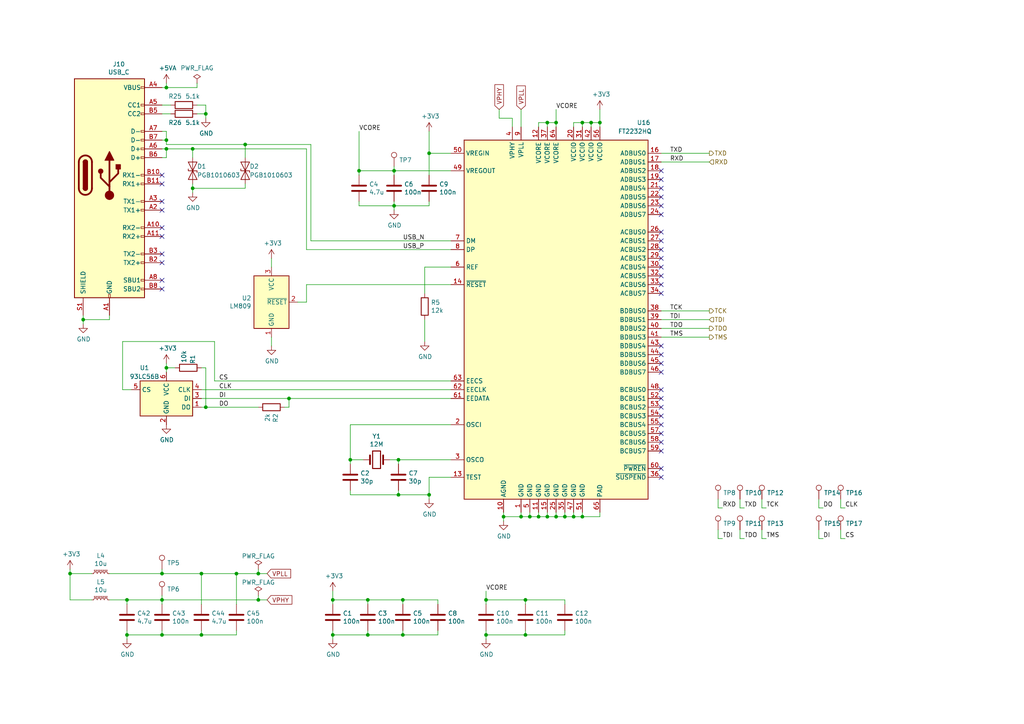
<source format=kicad_sch>
(kicad_sch (version 20250114) (generator "eeschema") (generator_version "9.0")
  (paper "A4")
  (title_block (title "TDS Receiver - USB") (date "2025-02-17") (company "(c) 2025 ETH Zurich, Y. Acremann") (comment 1 "License: GNU public license v. 3.0"))
  (lib_symbols
    (symbol "Connector:TestPoint" (pin_numbers (hide yes)) (pin_names (offset 0.762) (hide yes))
      (property "Reference" "TP" (at 0 6.858 0))
      (property "Value" "Connector_TestPoint" (at 0 5.08 0))
      (symbol "TestPoint_0_1"
        (circle (center 0 3.302) (radius 0.762))
      )
      (symbol "TestPoint_1_1"
        (pin passive line (at 0 0 90) (length 2.54) (name "1") (number "1"))
      )
    )
    (symbol "Device:C" (pin_numbers (hide yes)) (pin_names (offset 0.254))
      (property "Reference" "C" (at 0.635 2.54 0))
      (property "Value" "Device_C" (at 0.635 -2.54 0))
      (symbol "C_0_1"
        (polyline (pts (xy -2.032 0.762) (xy 2.032 0.762)) (stroke (width 0.508)))
        (polyline (pts (xy -2.032 -0.762) (xy 2.032 -0.762)) (stroke (width 0.508)))
      )
      (symbol "C_1_1"
        (pin passive line (at 0 3.81 270) (length 2.794) (name "~") (number "1"))
        (pin passive line (at 0 -3.81 90) (length 2.794) (name "~") (number "2"))
      )
    )
    (symbol "Device:Crystal" (pin_numbers (hide yes)) (pin_names (offset 1.016) (hide yes))
      (property "Reference" "Y" (at 0 3.81 0))
      (property "Value" "Device_Crystal" (at 0 -3.81 0))
      (symbol "Crystal_0_1"
        (polyline (pts (xy -2.54 0) (xy -1.905 0)))
        (polyline (pts (xy -1.905 -1.27) (xy -1.905 1.27)) (stroke (width 0.508)))
        (rectangle (start -1.143 2.54) (end 1.143 -2.54) (stroke (width 0.3048)))
        (polyline (pts (xy 1.905 -1.27) (xy 1.905 1.27)) (stroke (width 0.508)))
        (polyline (pts (xy 2.54 0) (xy 1.905 0)))
      )
      (symbol "Crystal_1_1"
        (pin passive line (at -3.81 0 0) (length 1.27) (name "1") (number "1"))
        (pin passive line (at 3.81 0 180) (length 1.27) (name "2") (number "2"))
      )
    )
    (symbol "Device:D_TVS" (pin_numbers (hide yes)) (pin_names (offset 1.016) (hide yes))
      (property "Reference" "D" (at 0 2.54 0))
      (property "Value" "Device_D_TVS" (at 0 -2.54 0))
      (symbol "D_TVS_0_1"
        (polyline (pts (xy -2.54 -1.27) (xy 0 0) (xy -2.54 1.27) (xy -2.54 -1.27)) (stroke (width 0.2032)))
        (polyline (pts (xy 0.508 1.27) (xy 0 1.27) (xy 0 -1.27) (xy -0.508 -1.27)) (stroke (width 0.2032)))
        (polyline (pts (xy 1.27 0) (xy -1.27 0)))
        (polyline (pts (xy 2.54 1.27) (xy 2.54 -1.27) (xy 0 0) (xy 2.54 1.27)) (stroke (width 0.2032)))
      )
      (symbol "D_TVS_1_1"
        (pin passive line (at -3.81 0 0) (length 2.54) (name "A1") (number "1"))
        (pin passive line (at 3.81 0 180) (length 2.54) (name "A2") (number "2"))
      )
    )
    (symbol "Device:L_Core_Ferrite_Small" (pin_numbers (hide yes)) (pin_names (offset 0.254) (hide yes))
      (property "Reference" "L" (at 1.27 1.016 0))
      (property "Value" "Device_L_Core_Ferrite_Small" (at 1.27 -1.27 0))
      (symbol "L_Core_Ferrite_Small_0_1"
        (arc (start 0 2.032) (mid 0.5058 1.524) (end 0 1.016))
        (arc (start 0 1.016) (mid 0.5058 0.508) (end 0 0))
        (arc (start 0 0) (mid 0.5058 -0.508) (end 0 -1.016))
        (arc (start 0 -1.016) (mid 0.5058 -1.524) (end 0 -2.032))
        (polyline (pts (xy 0.762 1.651) (xy 0.762 1.905)))
        (polyline (pts (xy 0.762 1.143) (xy 0.762 1.397)))
        (polyline (pts (xy 0.762 0.635) (xy 0.762 0.889)))
        (polyline (pts (xy 0.762 0.127) (xy 0.762 0.381)))
        (polyline (pts (xy 0.762 -0.381) (xy 0.762 -0.127)))
        (polyline (pts (xy 0.762 -0.889) (xy 0.762 -0.635)))
        (polyline (pts (xy 0.762 -1.397) (xy 0.762 -1.143)))
        (polyline (pts (xy 0.762 -1.905) (xy 0.762 -1.651)))
        (polyline (pts (xy 1.016 1.905) (xy 1.016 1.651)))
        (polyline (pts (xy 1.016 1.397) (xy 1.016 1.143)))
        (polyline (pts (xy 1.016 0.889) (xy 1.016 0.635)))
        (polyline (pts (xy 1.016 0.381) (xy 1.016 0.127)))
        (polyline (pts (xy 1.016 -0.127) (xy 1.016 -0.381)))
        (polyline (pts (xy 1.016 -0.635) (xy 1.016 -0.889)))
        (polyline (pts (xy 1.016 -1.143) (xy 1.016 -1.397)))
        (polyline (pts (xy 1.016 -1.651) (xy 1.016 -1.905)))
      )
      (symbol "L_Core_Ferrite_Small_1_1"
        (pin passive line (at 0 2.54 270) (length 0.508) (name "~") (number "1"))
        (pin passive line (at 0 -2.54 90) (length 0.508) (name "~") (number "2"))
      )
    )
    (symbol "Device:R" (pin_numbers (hide yes)) (pin_names (offset 0))
      (property "Reference" "R" (at 2.032 0 90))
      (property "Value" "Device_R" (at 0 0 90))
      (symbol "R_0_1"
        (rectangle (start -1.016 -2.54) (end 1.016 2.54) (stroke (width 0.254)))
      )
      (symbol "R_1_1"
        (pin passive line (at 0 3.81 270) (length 1.27) (name "~") (number "1"))
        (pin passive line (at 0 -3.81 90) (length 1.27) (name "~") (number "2"))
      )
    )
    (symbol "FT2232HQ:FT2232HQ"
      (property "Reference" "U" (at -26.67 53.34 0))
      (property "Value" "FT2232HQ" (at 19.05 53.34 0))
      (symbol "FT2232HQ_0_1"
        (rectangle (start -26.67 -52.07) (end 26.67 52.07) (stroke (width 0.254)) (fill (type background)))
      )
      (symbol "FT2232HQ_1_1"
        (pin power_in line (at -30.48 48.26 0) (length 3.81) (name "VREGIN") (number "50"))
        (pin power_out line (at -30.48 43.18 0) (length 3.81) (name "VREGOUT") (number "49"))
        (pin bidirectional line (at -30.48 22.86 0) (length 3.81) (name "DM") (number "7"))
        (pin bidirectional line (at -30.48 20.32 0) (length 3.81) (name "DP") (number "8"))
        (pin output line (at -30.48 15.24 0) (length 3.81) (name "REF") (number "6"))
        (pin input line (at -30.48 10.16 0) (length 3.81) (name "~{RESET}") (number "14"))
        (pin output line (at -30.48 -17.78 0) (length 3.81) (name "EECS") (number "63"))
        (pin output line (at -30.48 -20.32 0) (length 3.81) (name "EECLK") (number "62"))
        (pin bidirectional line (at -30.48 -22.86 0) (length 3.81) (name "EEDATA") (number "61"))
        (pin input line (at -30.48 -30.48 0) (length 3.81) (name "OSCI") (number "2"))
        (pin output line (at -30.48 -40.64 0) (length 3.81) (name "OSCO") (number "3"))
        (pin input line (at -30.48 -45.72 0) (length 3.81) (name "TEST") (number "13"))
        (pin power_in line (at -15.24 -55.88 90) (length 3.81) (name "AGND") (number "10"))
        (pin power_in line (at -12.7 55.88 270) (length 3.81) (name "VPHY") (number "4"))
        (pin input line (at -10.16 55.88 270) (length 3.81) (name "VPLL") (number "9"))
        (pin power_in line (at -10.16 -55.88 90) (length 3.81) (name "GND") (number "1"))
        (pin power_in line (at -7.62 -55.88 90) (length 3.81) (name "GND") (number "5"))
        (pin power_in line (at -5.08 55.88 270) (length 3.81) (name "VCORE") (number "12"))
        (pin power_in line (at -5.08 -55.88 90) (length 3.81) (name "GND") (number "11"))
        (pin power_in line (at -2.54 55.88 270) (length 3.81) (name "VCORE") (number "37"))
        (pin power_in line (at -2.54 -55.88 90) (length 3.81) (name "GND") (number "15"))
        (pin power_in line (at 0 55.88 270) (length 3.81) (name "VCORE") (number "64"))
        (pin power_in line (at 0 -55.88 90) (length 3.81) (name "GND") (number "25"))
        (pin power_in line (at 2.54 -55.88 90) (length 3.81) (name "GND") (number "35"))
        (pin power_in line (at 5.08 55.88 270) (length 3.81) (name "VCCIO") (number "20"))
        (pin power_in line (at 5.08 -55.88 90) (length 3.81) (name "GND") (number "47"))
        (pin power_in line (at 7.62 55.88 270) (length 3.81) (name "VCCIO") (number "31"))
        (pin power_in line (at 7.62 -55.88 90) (length 3.81) (name "GND") (number "51"))
        (pin power_in line (at 10.16 55.88 270) (length 3.81) (name "VCCIO") (number "42"))
        (pin power_in line (at 12.7 55.88 270) (length 3.81) (name "VCCIO") (number "56"))
        (pin power_in line (at 12.7 -55.88 90) (length 3.81) (name "PAD") (number "65"))
        (pin bidirectional line (at 30.48 48.26 180) (length 3.81) (name "ADBUS0") (number "16"))
        (pin bidirectional line (at 30.48 45.72 180) (length 3.81) (name "ADBUS1") (number "17"))
        (pin bidirectional line (at 30.48 43.18 180) (length 3.81) (name "ADBUS2") (number "18"))
        (pin bidirectional line (at 30.48 40.64 180) (length 3.81) (name "ADBUS3") (number "19"))
        (pin bidirectional line (at 30.48 38.1 180) (length 3.81) (name "ADBUS4") (number "21"))
        (pin bidirectional line (at 30.48 35.56 180) (length 3.81) (name "ADBUS5") (number "22"))
        (pin bidirectional line (at 30.48 33.02 180) (length 3.81) (name "ADBUS6") (number "23"))
        (pin bidirectional line (at 30.48 30.48 180) (length 3.81) (name "ADBUS7") (number "24"))
        (pin bidirectional line (at 30.48 25.4 180) (length 3.81) (name "ACBUS0") (number "26"))
        (pin bidirectional line (at 30.48 22.86 180) (length 3.81) (name "ACBUS1") (number "27"))
        (pin bidirectional line (at 30.48 20.32 180) (length 3.81) (name "ACBUS2") (number "28"))
        (pin bidirectional line (at 30.48 17.78 180) (length 3.81) (name "ACBUS3") (number "29"))
        (pin bidirectional line (at 30.48 15.24 180) (length 3.81) (name "ACBUS4") (number "30"))
        (pin bidirectional line (at 30.48 12.7 180) (length 3.81) (name "ACBUS5") (number "32"))
        (pin bidirectional line (at 30.48 10.16 180) (length 3.81) (name "ACBUS6") (number "33"))
        (pin bidirectional line (at 30.48 7.62 180) (length 3.81) (name "ACBUS7") (number "34"))
        (pin bidirectional line (at 30.48 2.54 180) (length 3.81) (name "BDBUS0") (number "38"))
        (pin bidirectional line (at 30.48 0 180) (length 3.81) (name "BDBUS1") (number "39"))
        (pin bidirectional line (at 30.48 -2.54 180) (length 3.81) (name "BDBUS2") (number "40"))
        (pin bidirectional line (at 30.48 -5.08 180) (length 3.81) (name "BDBUS3") (number "41"))
        (pin bidirectional line (at 30.48 -7.62 180) (length 3.81) (name "BDBUS4") (number "43"))
        (pin bidirectional line (at 30.48 -10.16 180) (length 3.81) (name "BDBUS5") (number "44"))
        (pin bidirectional line (at 30.48 -12.7 180) (length 3.81) (name "BDBUS6") (number "45"))
        (pin bidirectional line (at 30.48 -15.24 180) (length 3.81) (name "BDBUS7") (number "46"))
        (pin bidirectional line (at 30.48 -20.32 180) (length 3.81) (name "BCBUS0") (number "48"))
        (pin bidirectional line (at 30.48 -22.86 180) (length 3.81) (name "BCBUS1") (number "52"))
        (pin bidirectional line (at 30.48 -25.4 180) (length 3.81) (name "BCBUS2") (number "53"))
        (pin bidirectional line (at 30.48 -27.94 180) (length 3.81) (name "BCBUS3") (number "54"))
        (pin bidirectional line (at 30.48 -30.48 180) (length 3.81) (name "BCBUS4") (number "55"))
        (pin bidirectional line (at 30.48 -33.02 180) (length 3.81) (name "BCBUS5") (number "57"))
        (pin bidirectional line (at 30.48 -35.56 180) (length 3.81) (name "BCBUS6") (number "58"))
        (pin bidirectional line (at 30.48 -38.1 180) (length 3.81) (name "BCBUS7") (number "59"))
        (pin output line (at 30.48 -43.18 180) (length 3.81) (name "~{PWREN}") (number "60"))
        (pin output line (at 30.48 -45.72 180) (length 3.81) (name "~{SUSPEND}") (number "36"))
      )
    )
    (symbol "Memory_EEPROM:93LCxxBxxOT"
      (property "Reference" "U" (at -6.35 6.35 0))
      (property "Value" "Memory_EEPROM_93LCxxBxxOT" (at 7.62 -6.35 0))
      (symbol "93LCxxBxxOT_0_1"
        (rectangle (start -7.62 5.08) (end 7.62 -5.08) (stroke (width 0.254)) (fill (type background)))
      )
      (symbol "93LCxxBxxOT_1_1"
        (pin input line (at -10.16 2.54 0) (length 2.54) (name "CS") (number "5"))
        (pin power_in line (at 0 7.62 270) (length 2.54) (name "VCC") (number "6"))
        (pin power_in line (at 0 -7.62 90) (length 2.54) (name "GND") (number "2"))
        (pin input line (at 10.16 2.54 180) (length 2.54) (name "CLK") (number "4"))
        (pin input line (at 10.16 0 180) (length 2.54) (name "DI") (number "3"))
        (pin tri_state line (at 10.16 -2.54 180) (length 2.54) (name "DO") (number "1"))
      )
    )
    (symbol "Power_Supervisor:LM809"
      (property "Reference" "U" (at 2.54 12.7 0))
      (property "Value" "Power_Supervisor_LM809" (at 5.08 10.16 0))
      (symbol "LM809_0_1"
        (rectangle (start 5.08 7.62) (end -5.08 -7.62) (stroke (width 0.254)) (fill (type background)))
      )
      (symbol "LM809_1_1"
        (pin power_in line (at 0 10.16 270) (length 2.54) (name "VCC") (number "3"))
        (pin power_in line (at 0 -10.16 90) (length 2.54) (name "GND") (number "1"))
        (pin output line (at 7.62 0 180) (length 2.54) (name "~{RESET}") (number "2"))
      )
    )
    (symbol "Receiver-rescue:USB_C_Receptacle-Connector" (pin_names (offset 1.016))
      (property "Reference" "J" (at -10.16 29.21 0))
      (property "Value" "USB_C_Receptacle-Connector" (at 10.16 29.21 0))
      (symbol "USB_C_Receptacle-Connector_0_0"
        (rectangle (start -0.254 -35.56) (end 0.254 -34.544))
        (rectangle (start 10.16 25.654) (end 9.144 25.146))
        (rectangle (start 10.16 20.574) (end 9.144 20.066))
        (rectangle (start 10.16 18.034) (end 9.144 17.526))
        (rectangle (start 10.16 12.954) (end 9.144 12.446))
        (rectangle (start 10.16 10.414) (end 9.144 9.906))
        (rectangle (start 10.16 7.874) (end 9.144 7.366))
        (rectangle (start 10.16 5.334) (end 9.144 4.826))
        (rectangle (start 10.16 0.254) (end 9.144 -0.254))
        (rectangle (start 10.16 -2.286) (end 9.144 -2.794))
        (rectangle (start 10.16 -7.366) (end 9.144 -7.874))
        (rectangle (start 10.16 -9.906) (end 9.144 -10.414))
        (rectangle (start 10.16 -14.986) (end 9.144 -15.494))
        (rectangle (start 10.16 -17.526) (end 9.144 -18.034))
        (rectangle (start 10.16 -22.606) (end 9.144 -23.114))
        (rectangle (start 10.16 -25.146) (end 9.144 -25.654))
        (rectangle (start 10.16 -30.226) (end 9.144 -30.734))
        (rectangle (start 10.16 -32.766) (end 9.144 -33.274))
      )
      (symbol "USB_C_Receptacle-Connector_0_1"
        (rectangle (start -10.16 27.94) (end 10.16 -35.56) (stroke (width 0.254)) (fill (type background)))
        (polyline (pts (xy -8.89 -3.81) (xy -8.89 3.81)) (stroke (width 0.508)))
        (rectangle (start -7.62 -3.81) (end -6.35 3.81) (stroke (width 0.254)) (fill (type outline)))
        (arc (start -7.62 3.81) (mid -6.985 4.4422) (end -6.35 3.81) (stroke (width 0.254)))
        (arc (start -7.62 3.81) (mid -6.985 4.4422) (end -6.35 3.81) (stroke (width 0.254)) (fill (type outline)))
        (arc (start -8.89 3.81) (mid -6.985 5.7066) (end -5.08 3.81) (stroke (width 0.508)))
        (arc (start -5.08 -3.81) (mid -6.985 -5.7066) (end -8.89 -3.81) (stroke (width 0.508)))
        (arc (start -6.35 -3.81) (mid -6.985 -4.4422) (end -7.62 -3.81) (stroke (width 0.254)))
        (arc (start -6.35 -3.81) (mid -6.985 -4.4422) (end -7.62 -3.81) (stroke (width 0.254)) (fill (type outline)))
        (polyline (pts (xy -5.08 3.81) (xy -5.08 -3.81)) (stroke (width 0.508)))
      )
      (symbol "USB_C_Receptacle-Connector_1_1"
        (circle (center -2.54 1.143) (radius 0.635) (stroke (width 0.254)) (fill (type outline)))
        (polyline (pts (xy -1.27 4.318) (xy 0 6.858) (xy 1.27 4.318) (xy -1.27 4.318)) (stroke (width 0.254)) (fill (type outline)))
        (polyline (pts (xy 0 -2.032) (xy 2.54 0.508) (xy 2.54 1.778)) (stroke (width 0.508)))
        (polyline (pts (xy 0 -3.302) (xy -2.54 -0.762) (xy -2.54 0.508)) (stroke (width 0.508)))
        (polyline (pts (xy 0 -5.842) (xy 0 4.318)) (stroke (width 0.508)))
        (circle (center 0 -5.842) (radius 1.27) (fill (type outline)))
        (rectangle (start 1.905 1.778) (end 3.175 3.048) (stroke (width 0.254)) (fill (type outline)))
        (pin passive line (at -7.62 -40.64 90) (length 5.08) (name "SHIELD") (number "S1"))
        (pin power_in line (at 0 -40.64 90) (length 5.08) (name "GND") (number "A1"))
        (pin passive line (at 0 -40.64 90) (length 5.08) (hide yes) (name "GND") (number "A12"))
        (pin passive line (at 0 -40.64 90) (length 5.08) (hide yes) (name "GND") (number "B1"))
        (pin passive line (at 0 -40.64 90) (length 5.08) (hide yes) (name "GND") (number "B12"))
        (pin power_in line (at 15.24 25.4 180) (length 5.08) (name "VBUS") (number "A4"))
        (pin passive line (at 15.24 25.4 180) (length 5.08) (hide yes) (name "VBUS") (number "A9"))
        (pin passive line (at 15.24 25.4 180) (length 5.08) (hide yes) (name "VBUS") (number "B4"))
        (pin passive line (at 15.24 25.4 180) (length 5.08) (hide yes) (name "VBUS") (number "B9"))
        (pin bidirectional line (at 15.24 20.32 180) (length 5.08) (name "CC1") (number "A5"))
        (pin bidirectional line (at 15.24 17.78 180) (length 5.08) (name "CC2") (number "B5"))
        (pin bidirectional line (at 15.24 12.7 180) (length 5.08) (name "D-") (number "A7"))
        (pin bidirectional line (at 15.24 10.16 180) (length 5.08) (name "D-") (number "B7"))
        (pin bidirectional line (at 15.24 7.62 180) (length 5.08) (name "D+") (number "A6"))
        (pin bidirectional line (at 15.24 5.08 180) (length 5.08) (name "D+") (number "B6"))
        (pin bidirectional line (at 15.24 0 180) (length 5.08) (name "RX1-") (number "B10"))
        (pin bidirectional line (at 15.24 -2.54 180) (length 5.08) (name "RX1+") (number "B11"))
        (pin bidirectional line (at 15.24 -7.62 180) (length 5.08) (name "TX1-") (number "A3"))
        (pin bidirectional line (at 15.24 -10.16 180) (length 5.08) (name "TX1+") (number "A2"))
        (pin bidirectional line (at 15.24 -15.24 180) (length 5.08) (name "RX2-") (number "A10"))
        (pin bidirectional line (at 15.24 -17.78 180) (length 5.08) (name "RX2+") (number "A11"))
        (pin bidirectional line (at 15.24 -22.86 180) (length 5.08) (name "TX2-") (number "B3"))
        (pin bidirectional line (at 15.24 -25.4 180) (length 5.08) (name "TX2+") (number "B2"))
        (pin bidirectional line (at 15.24 -30.48 180) (length 5.08) (name "SBU1") (number "A8"))
        (pin bidirectional line (at 15.24 -33.02 180) (length 5.08) (name "SBU2") (number "B8"))
      )
    )
    (symbol "power:+3.3V" (power) (pin_names (offset 0))
      (property "Value" "power_+3.3V" (at 0 3.556 0))
      (symbol "+3.3V_0_1"
        (polyline (pts (xy -0.762 1.27) (xy 0 2.54)))
        (polyline (pts (xy 0 2.54) (xy 0.762 1.27)))
        (polyline (pts (xy 0 0) (xy 0 2.54)))
      )
      (symbol "+3.3V_1_1"
        (pin power_in line (at 0 0 90) (length 0) (hide yes) (name "+3V3") (number "1"))
      )
    )
    (symbol "power:+5VA" (power) (pin_names (offset 0))
      (property "Value" "power_+5VA" (at 0 3.556 0))
      (symbol "+5VA_0_1"
        (polyline (pts (xy -0.762 1.27) (xy 0 2.54)))
        (polyline (pts (xy 0 2.54) (xy 0.762 1.27)))
        (polyline (pts (xy 0 0) (xy 0 2.54)))
      )
      (symbol "+5VA_1_1"
        (pin power_in line (at 0 0 90) (length 0) (hide yes) (name "+5VA") (number "1"))
      )
    )
    (symbol "power:GND" (power) (pin_names (offset 0))
      (property "Value" "power_GND" (at 0 -3.81 0))
      (symbol "GND_0_1"
        (polyline (pts (xy 0 0) (xy 0 -1.27) (xy 1.27 -1.27) (xy 0 -2.54) (xy -1.27 -1.27) (xy 0 -1.27)))
      )
      (symbol "GND_1_1"
        (pin power_in line (at 0 0 270) (length 0) (hide yes) (name "GND") (number "1"))
      )
    )
    (symbol "power:PWR_FLAG" (power) (pin_numbers (hide yes)) (pin_names (offset 0) (hide yes))
      (property "Value" "power_PWR_FLAG" (at 0 3.81 0))
      (symbol "PWR_FLAG_0_0"
        (pin power_out line (at 0 0 90) (length 0) (name "pwr") (number "1"))
      )
      (symbol "PWR_FLAG_0_1"
        (polyline (pts (xy 0 0) (xy 0 1.27) (xy -1.016 1.905) (xy 0 2.54) (xy 1.016 1.905) (xy 0 1.27)))
      )
    )
  )
  (junction (at 48.26 43.18))
  (junction (at 115.57 133.35))
  (junction (at 59.69 33.02))
  (junction (at 140.97 173.99))
  (junction (at 74.93 173.99))
  (junction (at 48.26 40.64))
  (junction (at 55.88 54.61))
  (junction (at 46.99 166.37))
  (junction (at 146.05 149.86))
  (junction (at 171.45 35.56))
  (junction (at 114.3 59.69))
  (junction (at 74.93 166.37))
  (junction (at 55.88 43.18))
  (junction (at 68.58 166.37))
  (junction (at 156.21 149.86))
  (junction (at 152.4 184.15))
  (junction (at 173.99 35.56))
  (junction (at 115.57 143.51))
  (junction (at 153.67 149.86))
  (junction (at 58.42 166.37))
  (junction (at 140.97 184.15))
  (junction (at 166.37 149.86))
  (junction (at 46.99 173.99))
  (junction (at 106.68 173.99))
  (junction (at 151.13 149.86))
  (junction (at 114.3 49.53))
  (junction (at 20.32 166.37))
  (junction (at 48.26 25.4))
  (junction (at 59.69 118.11))
  (junction (at 101.6 133.35))
  (junction (at 158.75 149.86))
  (junction (at 116.84 173.99))
  (junction (at 161.29 35.56))
  (junction (at 36.83 173.99))
  (junction (at 58.42 184.15))
  (junction (at 161.29 149.86))
  (junction (at 48.26 106.68))
  (junction (at 36.83 184.15))
  (junction (at 152.4 173.99))
  (junction (at 158.75 35.56))
  (junction (at 124.46 44.45))
  (junction (at 96.52 173.99))
  (junction (at 96.52 184.15))
  (junction (at 168.91 35.56))
  (junction (at 104.14 49.53))
  (junction (at 163.83 149.86))
  (junction (at 106.68 184.15))
  (junction (at 83.82 115.57))
  (junction (at 46.99 184.15))
  (junction (at 124.46 143.51))
  (junction (at 168.91 149.86))
  (junction (at 71.12 41.91))
  (junction (at 116.84 184.15))
  (junction (at 24.13 92.71))
  (no_connect (at 191.77 138.43))
  (no_connect (at 46.99 81.28))
  (no_connect (at 46.99 73.66))
  (no_connect (at 46.99 53.34))
  (no_connect (at 46.99 60.96))
  (no_connect (at 191.77 54.61))
  (no_connect (at 191.77 107.95))
  (no_connect (at 191.77 62.23))
  (no_connect (at 191.77 125.73))
  (no_connect (at 46.99 66.04))
  (no_connect (at 46.99 50.8))
  (no_connect (at 191.77 49.53))
  (no_connect (at 191.77 100.33))
  (no_connect (at 191.77 77.47))
  (no_connect (at 191.77 72.39))
  (no_connect (at 191.77 113.03))
  (no_connect (at 191.77 118.11))
  (no_connect (at 191.77 102.87))
  (no_connect (at 191.77 67.31))
  (no_connect (at 191.77 82.55))
  (no_connect (at 191.77 85.09))
  (no_connect (at 191.77 52.07))
  (no_connect (at 191.77 115.57))
  (no_connect (at 191.77 105.41))
  (no_connect (at 191.77 135.89))
  (no_connect (at 191.77 120.65))
  (no_connect (at 191.77 130.81))
  (no_connect (at 191.77 80.01))
  (no_connect (at 46.99 68.58))
  (no_connect (at 46.99 76.2))
  (no_connect (at 191.77 69.85))
  (no_connect (at 46.99 83.82))
  (no_connect (at 191.77 74.93))
  (no_connect (at 46.99 58.42))
  (no_connect (at 191.77 123.19))
  (no_connect (at 191.77 57.15))
  (no_connect (at 191.77 128.27))
  (no_connect (at 191.77 59.69))
  (wire (pts (xy 208.28 156.21) (xy 209.55 156.21)))
  (wire (pts (xy 24.13 93.98) (xy 24.13 92.71)))
  (wire (pts (xy 36.83 173.99) (xy 46.99 173.99)))
  (wire (pts (xy 156.21 148.59) (xy 156.21 149.86)))
  (wire (pts (xy 168.91 148.59) (xy 168.91 149.86)))
  (wire (pts (xy 101.6 133.35) (xy 101.6 134.62)))
  (wire (pts (xy 58.42 166.37) (xy 58.42 175.26)))
  (wire (pts (xy 237.49 153.67) (xy 237.49 156.21)))
  (wire (pts (xy 114.3 50.8) (xy 114.3 49.53)))
  (wire (pts (xy 106.68 173.99) (xy 96.52 173.99)))
  (wire (pts (xy 55.88 43.18) (xy 88.9 43.18)))
  (wire (pts (xy 48.26 106.68) (xy 48.26 107.95)))
  (wire (pts (xy 163.83 149.86) (xy 161.29 149.86)))
  (wire (pts (xy 101.6 142.24) (xy 101.6 143.51)))
  (wire (pts (xy 209.55 147.32) (xy 208.28 147.32)))
  (wire (pts (xy 31.75 173.99) (xy 36.83 173.99)))
  (wire (pts (xy 243.84 156.21) (xy 245.11 156.21)))
  (wire (pts (xy 220.98 147.32) (xy 222.25 147.32)))
  (wire (pts (xy 113.03 133.35) (xy 115.57 133.35)))
  (wire (pts (xy 48.26 45.72) (xy 46.99 45.72)))
  (wire (pts (xy 59.69 118.11) (xy 74.93 118.11)))
  (wire (pts (xy 78.74 74.93) (xy 78.74 77.47)))
  (wire (pts (xy 152.4 173.99) (xy 152.4 175.26)))
  (wire (pts (xy 115.57 133.35) (xy 115.57 134.62)))
  (wire (pts (xy 55.88 54.61) (xy 55.88 55.88)))
  (wire (pts (xy 48.26 40.64) (xy 46.99 40.64)))
  (wire (pts (xy 220.98 144.78) (xy 220.98 147.32)))
  (wire (pts (xy 158.75 35.56) (xy 161.29 35.56)))
  (wire (pts (xy 168.91 35.56) (xy 171.45 35.56)))
  (wire (pts (xy 46.99 173.99) (xy 46.99 175.26)))
  (wire (pts (xy 124.46 44.45) (xy 130.81 44.45)))
  (wire (pts (xy 96.52 185.42) (xy 96.52 184.15)))
  (wire (pts (xy 156.21 36.83) (xy 156.21 35.56)))
  (wire (pts (xy 59.69 33.02) (xy 59.69 34.29)))
  (wire (pts (xy 48.26 25.4) (xy 46.99 25.4)))
  (wire (pts (xy 82.55 118.11) (xy 83.82 118.11)))
  (wire (pts (xy 36.83 184.15) (xy 36.83 185.42)))
  (wire (pts (xy 114.3 48.26) (xy 114.3 49.53)))
  (wire (pts (xy 140.97 184.15) (xy 152.4 184.15)))
  (wire (pts (xy 58.42 118.11) (xy 59.69 118.11)))
  (wire (pts (xy 191.77 44.45) (xy 205.74 44.45)))
  (wire (pts (xy 83.82 118.11) (xy 83.82 115.57)))
  (wire (pts (xy 166.37 148.59) (xy 166.37 149.86)))
  (wire (pts (xy 58.42 106.68) (xy 59.69 106.68)))
  (wire (pts (xy 35.56 99.06) (xy 62.23 99.06)))
  (wire (pts (xy 48.26 24.13) (xy 48.26 25.4)))
  (wire (pts (xy 88.9 82.55) (xy 130.81 82.55)))
  (wire (pts (xy 146.05 148.59) (xy 146.05 149.86)))
  (wire (pts (xy 96.52 175.26) (xy 96.52 173.99)))
  (wire (pts (xy 163.83 173.99) (xy 163.83 175.26)))
  (wire (pts (xy 161.29 148.59) (xy 161.29 149.86)))
  (wire (pts (xy 46.99 165.1) (xy 46.99 166.37)))
  (wire (pts (xy 88.9 87.63) (xy 88.9 82.55)))
  (wire (pts (xy 214.63 156.21) (xy 215.9 156.21)))
  (wire (pts (xy 62.23 99.06) (xy 62.23 110.49)))
  (wire (pts (xy 123.19 77.47) (xy 123.19 85.09)))
  (wire (pts (xy 156.21 149.86) (xy 153.67 149.86)))
  (wire (pts (xy 20.32 173.99) (xy 26.67 173.99)))
  (wire (pts (xy 58.42 184.15) (xy 46.99 184.15)))
  (wire (pts (xy 166.37 36.83) (xy 166.37 35.56)))
  (wire (pts (xy 74.93 165.1) (xy 74.93 166.37)))
  (wire (pts (xy 191.77 97.79) (xy 205.74 97.79)))
  (wire (pts (xy 130.81 77.47) (xy 123.19 77.47)))
  (wire (pts (xy 71.12 54.61) (xy 55.88 54.61)))
  (wire (pts (xy 46.99 166.37) (xy 58.42 166.37)))
  (wire (pts (xy 146.05 149.86) (xy 146.05 151.13)))
  (wire (pts (xy 124.46 44.45) (xy 124.46 38.1)))
  (wire (pts (xy 68.58 175.26) (xy 68.58 166.37)))
  (wire (pts (xy 114.3 59.69) (xy 114.3 60.96)))
  (wire (pts (xy 86.36 87.63) (xy 88.9 87.63)))
  (wire (pts (xy 243.84 147.32) (xy 245.11 147.32)))
  (wire (pts (xy 48.26 41.91) (xy 71.12 41.91)))
  (wire (pts (xy 96.52 182.88) (xy 96.52 184.15)))
  (wire (pts (xy 46.99 173.99) (xy 74.93 173.99)))
  (wire (pts (xy 158.75 36.83) (xy 158.75 35.56)))
  (wire (pts (xy 62.23 110.49) (xy 130.81 110.49)))
  (wire (pts (xy 104.14 59.69) (xy 114.3 59.69)))
  (wire (pts (xy 191.77 46.99) (xy 205.74 46.99)))
  (wire (pts (xy 127 173.99) (xy 116.84 173.99)))
  (wire (pts (xy 96.52 184.15) (xy 106.68 184.15)))
  (wire (pts (xy 59.69 30.48) (xy 59.69 33.02)))
  (wire (pts (xy 68.58 184.15) (xy 58.42 184.15)))
  (wire (pts (xy 163.83 184.15) (xy 152.4 184.15)))
  (wire (pts (xy 161.29 35.56) (xy 161.29 36.83)))
  (wire (pts (xy 168.91 149.86) (xy 173.99 149.86)))
  (wire (pts (xy 158.75 149.86) (xy 156.21 149.86)))
  (wire (pts (xy 214.63 153.67) (xy 214.63 156.21)))
  (wire (pts (xy 152.4 173.99) (xy 163.83 173.99)))
  (wire (pts (xy 58.42 182.88) (xy 58.42 184.15)))
  (wire (pts (xy 127 184.15) (xy 116.84 184.15)))
  (wire (pts (xy 116.84 182.88) (xy 116.84 184.15)))
  (wire (pts (xy 140.97 171.45) (xy 140.97 173.99)))
  (wire (pts (xy 171.45 35.56) (xy 173.99 35.56)))
  (wire (pts (xy 151.13 148.59) (xy 151.13 149.86)))
  (wire (pts (xy 168.91 149.86) (xy 166.37 149.86)))
  (wire (pts (xy 71.12 41.91) (xy 90.17 41.91)))
  (wire (pts (xy 71.12 41.91) (xy 71.12 45.72)))
  (wire (pts (xy 123.19 92.71) (xy 123.19 99.06)))
  (wire (pts (xy 55.88 45.72) (xy 55.88 43.18)))
  (wire (pts (xy 156.21 35.56) (xy 158.75 35.56)))
  (wire (pts (xy 114.3 58.42) (xy 114.3 59.69)))
  (wire (pts (xy 101.6 123.19) (xy 130.81 123.19)))
  (wire (pts (xy 208.28 147.32) (xy 208.28 144.78)))
  (wire (pts (xy 46.99 33.02) (xy 49.53 33.02)))
  (wire (pts (xy 74.93 173.99) (xy 77.47 173.99)))
  (wire (pts (xy 191.77 90.17) (xy 205.74 90.17)))
  (wire (pts (xy 166.37 149.86) (xy 163.83 149.86)))
  (wire (pts (xy 171.45 36.83) (xy 171.45 35.56)))
  (wire (pts (xy 151.13 149.86) (xy 146.05 149.86)))
  (wire (pts (xy 35.56 99.06) (xy 35.56 113.03)))
  (wire (pts (xy 57.15 33.02) (xy 59.69 33.02)))
  (wire (pts (xy 58.42 166.37) (xy 68.58 166.37)))
  (wire (pts (xy 31.75 92.71) (xy 24.13 92.71)))
  (wire (pts (xy 74.93 172.72) (xy 74.93 173.99)))
  (wire (pts (xy 140.97 173.99) (xy 140.97 175.26)))
  (wire (pts (xy 57.15 25.4) (xy 48.26 25.4)))
  (wire (pts (xy 116.84 175.26) (xy 116.84 173.99)))
  (wire (pts (xy 78.74 100.33) (xy 78.74 97.79)))
  (wire (pts (xy 59.69 106.68) (xy 59.69 118.11)))
  (wire (pts (xy 57.15 24.13) (xy 57.15 25.4)))
  (wire (pts (xy 58.42 113.03) (xy 130.81 113.03)))
  (wire (pts (xy 173.99 36.83) (xy 173.99 35.56)))
  (wire (pts (xy 208.28 153.67) (xy 208.28 156.21)))
  (wire (pts (xy 46.99 43.18) (xy 48.26 43.18)))
  (wire (pts (xy 20.32 165.1) (xy 20.32 166.37)))
  (wire (pts (xy 71.12 53.34) (xy 71.12 54.61)))
  (wire (pts (xy 106.68 184.15) (xy 116.84 184.15)))
  (wire (pts (xy 48.26 38.1) (xy 48.26 40.64)))
  (wire (pts (xy 148.59 34.29) (xy 144.78 34.29)))
  (wire (pts (xy 124.46 58.42) (xy 124.46 59.69)))
  (wire (pts (xy 101.6 143.51) (xy 115.57 143.51)))
  (wire (pts (xy 106.68 182.88) (xy 106.68 184.15)))
  (wire (pts (xy 237.49 147.32) (xy 238.76 147.32)))
  (wire (pts (xy 36.83 173.99) (xy 36.83 175.26)))
  (wire (pts (xy 20.32 166.37) (xy 26.67 166.37)))
  (wire (pts (xy 124.46 44.45) (xy 124.46 50.8)))
  (wire (pts (xy 48.26 41.91) (xy 48.26 40.64)))
  (wire (pts (xy 49.53 30.48) (xy 46.99 30.48)))
  (wire (pts (xy 153.67 149.86) (xy 153.67 148.59)))
  (wire (pts (xy 243.84 144.78) (xy 243.84 147.32)))
  (wire (pts (xy 24.13 92.71) (xy 24.13 91.44)))
  (wire (pts (xy 214.63 147.32) (xy 215.9 147.32)))
  (wire (pts (xy 191.77 95.25) (xy 205.74 95.25)))
  (wire (pts (xy 144.78 34.29) (xy 144.78 31.75)))
  (wire (pts (xy 38.1 113.03) (xy 35.56 113.03)))
  (wire (pts (xy 140.97 184.15) (xy 140.97 185.42)))
  (wire (pts (xy 31.75 166.37) (xy 46.99 166.37)))
  (wire (pts (xy 101.6 133.35) (xy 105.41 133.35)))
  (wire (pts (xy 48.26 105.41) (xy 48.26 106.68)))
  (wire (pts (xy 151.13 36.83) (xy 151.13 31.75)))
  (wire (pts (xy 168.91 36.83) (xy 168.91 35.56)))
  (wire (pts (xy 57.15 30.48) (xy 59.69 30.48)))
  (wire (pts (xy 124.46 138.43) (xy 130.81 138.43)))
  (wire (pts (xy 127 182.88) (xy 127 184.15)))
  (wire (pts (xy 166.37 35.56) (xy 168.91 35.56)))
  (wire (pts (xy 68.58 166.37) (xy 74.93 166.37)))
  (wire (pts (xy 237.49 144.78) (xy 237.49 147.32)))
  (wire (pts (xy 104.14 38.1) (xy 104.14 49.53)))
  (wire (pts (xy 161.29 31.75) (xy 161.29 35.56)))
  (wire (pts (xy 115.57 143.51) (xy 124.46 143.51)))
  (wire (pts (xy 31.75 91.44) (xy 31.75 92.71)))
  (wire (pts (xy 153.67 149.86) (xy 151.13 149.86)))
  (wire (pts (xy 163.83 149.86) (xy 163.83 148.59)))
  (wire (pts (xy 55.88 53.34) (xy 55.88 54.61)))
  (wire (pts (xy 140.97 182.88) (xy 140.97 184.15)))
  (wire (pts (xy 124.46 59.69) (xy 114.3 59.69)))
  (wire (pts (xy 220.98 153.67) (xy 220.98 156.21)))
  (wire (pts (xy 220.98 156.21) (xy 222.25 156.21)))
  (wire (pts (xy 115.57 142.24) (xy 115.57 143.51)))
  (wire (pts (xy 114.3 49.53) (xy 130.81 49.53)))
  (wire (pts (xy 116.84 173.99) (xy 106.68 173.99)))
  (wire (pts (xy 140.97 173.99) (xy 152.4 173.99)))
  (wire (pts (xy 101.6 123.19) (xy 101.6 133.35)))
  (wire (pts (xy 152.4 182.88) (xy 152.4 184.15)))
  (wire (pts (xy 46.99 182.88) (xy 46.99 184.15)))
  (wire (pts (xy 173.99 149.86) (xy 173.99 148.59)))
  (wire (pts (xy 48.26 43.18) (xy 48.26 45.72)))
  (wire (pts (xy 148.59 36.83) (xy 148.59 34.29)))
  (wire (pts (xy 114.3 49.53) (xy 104.14 49.53)))
  (wire (pts (xy 124.46 138.43) (xy 124.46 143.51)))
  (wire (pts (xy 46.99 172.72) (xy 46.99 173.99)))
  (wire (pts (xy 130.81 69.85) (xy 90.17 69.85)))
  (wire (pts (xy 104.14 49.53) (xy 104.14 50.8)))
  (wire (pts (xy 124.46 143.51) (xy 124.46 144.78)))
  (wire (pts (xy 68.58 182.88) (xy 68.58 184.15)))
  (wire (pts (xy 104.14 58.42) (xy 104.14 59.69)))
  (wire (pts (xy 83.82 115.57) (xy 58.42 115.57)))
  (wire (pts (xy 20.32 166.37) (xy 20.32 173.99)))
  (wire (pts (xy 115.57 133.35) (xy 130.81 133.35)))
  (wire (pts (xy 163.83 182.88) (xy 163.83 184.15)))
  (wire (pts (xy 88.9 43.18) (xy 88.9 72.39)))
  (wire (pts (xy 88.9 72.39) (xy 130.81 72.39)))
  (wire (pts (xy 90.17 41.91) (xy 90.17 69.85)))
  (wire (pts (xy 237.49 156.21) (xy 238.76 156.21)))
  (wire (pts (xy 46.99 184.15) (xy 36.83 184.15)))
  (wire (pts (xy 243.84 153.67) (xy 243.84 156.21)))
  (wire (pts (xy 127 175.26) (xy 127 173.99)))
  (wire (pts (xy 48.26 43.18) (xy 55.88 43.18)))
  (wire (pts (xy 191.77 92.71) (xy 205.74 92.71)))
  (wire (pts (xy 74.93 166.37) (xy 77.47 166.37)))
  (wire (pts (xy 158.75 149.86) (xy 158.75 148.59)))
  (wire (pts (xy 83.82 115.57) (xy 130.81 115.57)))
  (wire (pts (xy 36.83 182.88) (xy 36.83 184.15)))
  (wire (pts (xy 96.52 173.99) (xy 96.52 171.45)))
  (wire (pts (xy 173.99 35.56) (xy 173.99 31.75)))
  (wire (pts (xy 161.29 149.86) (xy 158.75 149.86)))
  (wire (pts (xy 46.99 38.1) (xy 48.26 38.1)))
  (wire (pts (xy 50.8 106.68) (xy 48.26 106.68)))
  (wire (pts (xy 106.68 175.26) (xy 106.68 173.99)))
  (wire (pts (xy 214.63 144.78) (xy 214.63 147.32)))
  (label "CLK" (at 63.5 113.03 0))
  (label "RXD" (at 194.31 46.99 0))
  (label "TMS" (at 222.25 156.21 0))
  (label "TDO" (at 215.9 156.21 0))
  (label "TXD" (at 215.9 147.32 0))
  (label "CS" (at 245.11 156.21 0))
  (label "TDO" (at 194.31 95.25 0))
  (label "USB_N" (at 116.84 69.85 0))
  (label "TXD" (at 194.31 44.45 0))
  (label "TDI" (at 209.55 156.21 0))
  (label "DO" (at 238.76 147.32 0))
  (label "TCK" (at 222.25 147.32 0))
  (label "DI" (at 63.5 115.57 0))
  (label "VCORE" (at 104.14 38.1 0))
  (label "RXD" (at 209.55 147.32 0))
  (label "CS" (at 63.5 110.49 0))
  (label "TCK" (at 194.31 90.17 0))
  (label "USB_P" (at 116.84 72.39 0))
  (label "VCORE" (at 161.29 31.75 0))
  (label "VCORE" (at 140.97 171.45 0))
  (label "DI" (at 238.76 156.21 0))
  (label "TDI" (at 194.31 92.71 0))
  (label "CLK" (at 245.11 147.32 0))
  (label "DO" (at 63.5 118.11 0))
  (label "TMS" (at 194.31 97.79 0))
  (global_label "VPLL" (shape input) (at 151.13 31.75 90) (property "Intersheetrefs" "${INTERSHEET_REFS}" (effects (hide yes))))
  (global_label "VPHY" (shape input) (at 77.47 173.99 0) (property "Intersheetrefs" "${INTERSHEET_REFS}" (effects (hide yes))))
  (global_label "VPLL" (shape input) (at 77.47 166.37 0) (property "Intersheetrefs" "${INTERSHEET_REFS}" (effects (hide yes))))
  (global_label "VPHY" (shape input) (at 144.78 31.75 90) (property "Intersheetrefs" "${INTERSHEET_REFS}" (effects (hide yes))))
  (hierarchical_label "TCK" (shape output) (at 205.74 90.17 0))
  (hierarchical_label "RXD" (shape input) (at 205.74 46.99 0))
  (hierarchical_label "TDO" (shape output) (at 205.74 95.25 0))
  (hierarchical_label "TXD" (shape output) (at 205.74 44.45 0))
  (hierarchical_label "TMS" (shape output) (at 205.74 97.79 0))
  (hierarchical_label "TDI" (shape input) (at 205.74 92.71 0))
  (symbol (lib_id "power:+3.3V") (at 173.99 31.75 0) (unit 1)
    (property "Reference" "#PWR0115" (effects (hide yes)))
    (property "Value" "+3V3" (at 174.371 27.3558 0))
  )
  (symbol (lib_id "power:+3.3V") (at 96.52 171.45 0) (unit 1)
    (property "Reference" "#PWR0116" (effects (hide yes)))
    (property "Value" "+3V3" (at 96.901 167.0558 0))
  )
  (symbol (lib_id "power:+3.3V") (at 48.26 105.41 0) (unit 1)
    (property "Reference" "#PWR0117" (effects (hide yes)))
    (property "Value" "+3V3" (at 48.641 101.0158 0))
  )
  (symbol (lib_id "Device:D_TVS") (at 71.12 49.53 270) (unit 1)
    (property "Reference" "D2" (at 72.39 48.26 90) (effects (justify left)))
    (property "Value" "PGB1010603" (at 72.39 50.8 90) (effects (justify left)))
    (property "Footprint" "Diode_SMD:D_0603_1608Metric" (effects (hide yes)))
    (property "Lieferant" "Mouser" (effects (hide yes)))
    (property "Bestellnummer" "576-PGB1010603NRHF " (effects (hide yes)))
    (property "Url" "https://www.mouser.de/ProductDetail/Littelfuse/PGB1010603NRHF/?qs=%2Fha2pyFadughwx0xFJNw0xW%252BmMPJ1p40TQaMbmDIA2Kr98wnJNY4PZm999PxtOqO" (effects (hide yes)))
  )
  (symbol (lib_id "Device:D_TVS") (at 55.88 49.53 270) (unit 1)
    (property "Reference" "D1" (at 57.15 48.26 90) (effects (justify left)))
    (property "Value" "PGB1010603" (at 57.15 50.8 90) (effects (justify left)))
    (property "Footprint" "Diode_SMD:D_0603_1608Metric" (effects (hide yes)))
    (property "Lieferant" "Mouser" (effects (hide yes)))
    (property "Bestellnummer" "576-PGB1010603NRHF " (effects (hide yes)))
    (property "Url" "https://www.mouser.de/ProductDetail/Littelfuse/PGB1010603NRHF/?qs=%2Fha2pyFadughwx0xFJNw0xW%252BmMPJ1p40TQaMbmDIA2Kr98wnJNY4PZm999PxtOqO" (effects (hide yes)))
  )
  (symbol (lib_id "power:GND") (at 140.97 185.42 0) (unit 1)
    (property "Reference" "#PWR0108" (effects (hide yes)))
    (property "Value" "GND" (at 141.097 189.8142 0))
  )
  (symbol (lib_id "power:GND") (at 96.52 185.42 0) (unit 1)
    (property "Reference" "#PWR0109" (effects (hide yes)))
    (property "Value" "GND" (at 96.647 189.8142 0))
  )
  (symbol (lib_id "Memory_EEPROM:93LCxxBxxOT") (at 48.26 115.57 0) (unit 1)
    (property "Reference" "U1" (at 41.91 106.68 0))
    (property "Value" "93LC56B" (at 41.91 109.22 0))
    (property "Footprint" "Package_TO_SOT_SMD:SOT-23-6" (effects (hide yes)))
    (property "Datasheet" "http://ww1.microchip.com/downloads/en/DeviceDoc/20001749K.pdf" (effects (hide yes)))
    (property "Lieferant" "Mouser" (effects (hide yes)))
    (property "Bestellnummer" "579-93LC56BT-I/OT" (effects (hide yes)))
    (property "Url" "https://www.mouser.de/ProductDetail/Microchip-Technology/93LC56BT-I-OT/?qs=%2Fha2pyFadugFVX7%2Fkebss2ih2bBDBDnxlpM25xrtZvH3B40grcYCvA%3D%3D" (effects (hide yes)))
  )
  (symbol (lib_id "power:GND") (at 55.88 55.88 0) (unit 1)
    (property "Reference" "#PWR0103" (effects (hide yes)))
    (property "Value" "GND" (at 56.007 60.2742 0))
  )
  (symbol (lib_id "Device:R") (at 123.19 88.9 0) (unit 1)
    (property "Reference" "R5" (at 124.968 87.7316 0) (effects (justify left)))
    (property "Value" "12k" (at 124.968 90.043 0) (effects (justify left)))
    (property "Footprint" "Resistor_SMD:R_0603_1608Metric" (effects (hide yes)))
  )
  (symbol (lib_id "Device:R") (at 78.74 118.11 270) (unit 1)
    (property "Reference" "R2" (at 79.9084 119.888 0) (effects (justify left)))
    (property "Value" "2k" (at 77.597 119.888 0) (effects (justify left)))
    (property "Footprint" "Resistor_SMD:R_0603_1608Metric" (effects (hide yes)))
  )
  (symbol (lib_id "power:GND") (at 48.26 123.19 0) (unit 1)
    (property "Reference" "#PWR0110" (effects (hide yes)))
    (property "Value" "GND" (at 48.387 127.5842 0))
  )
  (symbol (lib_id "Device:C") (at 124.46 54.61 0) (unit 1)
    (property "Reference" "C9" (at 127.381 53.4416 0) (effects (justify left)))
    (property "Value" "100n" (at 127.381 55.753 0) (effects (justify left)))
    (property "Footprint" "Capacitor_SMD:C_0603_1608Metric" (effects (hide yes)))
  )
  (symbol (lib_id "Device:C") (at 114.3 54.61 0) (unit 1)
    (property "Reference" "C6" (at 117.221 53.4416 0) (effects (justify left)))
    (property "Value" "100n" (at 117.221 55.753 0) (effects (justify left)))
    (property "Footprint" "Capacitor_SMD:C_0603_1608Metric" (effects (hide yes)))
  )
  (symbol (lib_id "Device:C") (at 104.14 54.61 0) (unit 1)
    (property "Reference" "C4" (at 107.061 53.4416 0) (effects (justify left)))
    (property "Value" "4.7u" (at 107.061 55.753 0) (effects (justify left)))
    (property "Footprint" "Capacitor_SMD:C_0603_1608Metric" (effects (hide yes)))
    (property "Lieferant" "Mouser" (effects (hide yes)))
    (property "Bestellnummer" "963-GMK107BBJ475KA-T" (effects (hide yes)))
    (property "Url" "https://www.mouser.de/ProductDetail/Taiyo-Yuden/GMK107BBJ475KA-T/?qs=%2Fha2pyFadugfgsXIlkotQ35AD3ne621I1MSZNVbMsIejWIrBcvQl4hNYahLfVeFF" (effects (hide yes)))
  )
  (symbol (lib_id "Device:R") (at 54.61 106.68 270) (unit 1)
    (property "Reference" "R1" (at 55.88 102.87 0) (effects (justify left)))
    (property "Value" "10k" (at 53.34 101.6 0) (effects (justify left)))
    (property "Footprint" "Resistor_SMD:R_0603_1608Metric" (effects (hide yes)))
  )
  (symbol (lib_id "power:GND") (at 114.3 60.96 0) (unit 1)
    (property "Reference" "#PWR0106" (effects (hide yes)))
    (property "Value" "GND" (at 114.427 65.3542 0))
  )
  (symbol (lib_id "power:+3.3V") (at 124.46 38.1 0) (unit 1)
    (property "Reference" "#PWR0107" (effects (hide yes)))
    (property "Value" "+3V3" (at 124.841 33.7058 0))
  )
  (symbol (lib_id "Device:Crystal") (at 109.22 133.35 0) (unit 1)
    (property "Reference" "Y1" (at 109.22 126.5428 0))
    (property "Value" "12M" (at 109.22 128.8542 0))
    (property "Footprint" "Crystal:Crystal_SMD_5032-2Pin_5.0x3.2mm" (effects (hide yes)))
    (property "Datasheet" "https://www.mouser.ch/datasheet/2/115/diodes_inc_diod-s-a0003385864-1-1749043.pdf" (effects (hide yes)))
    (property "Lieferant" "Mouser" (effects (hide yes)))
    (property "Bestellnummer" "729-F91200083 " (effects (hide yes)))
    (property "Url" "https://www.mouser.de/ProductDetail/Diodes-Incorporated/F91200083/?qs=%2Fha2pyFaduhf4hYGvekZYKr%2FzFT1chlDDHonGX%2FnDMXTmUjWDNp4bA%3D%3D" (effects (hide yes)))
  )
  (symbol (lib_id "Device:C") (at 96.52 179.07 0) (unit 1)
    (property "Reference" "C1" (at 99.441 177.9016 0) (effects (justify left)))
    (property "Value" "100n" (at 99.441 180.213 0) (effects (justify left)))
    (property "Footprint" "Capacitor_SMD:C_0603_1608Metric" (effects (hide yes)))
  )
  (symbol (lib_id "power:GND") (at 124.46 144.78 0) (unit 1)
    (property "Reference" "#PWR0112" (effects (hide yes)))
    (property "Value" "GND" (at 124.587 149.1742 0))
  )
  (symbol (lib_id "Device:C") (at 101.6 138.43 0) (unit 1)
    (property "Reference" "C2" (at 104.521 137.2616 0) (effects (justify left)))
    (property "Value" "30p" (at 104.521 139.573 0) (effects (justify left)))
    (property "Footprint" "Capacitor_SMD:C_0603_1608Metric" (effects (hide yes)))
    (property "Lieferant" "Mouser" (effects (hide yes)))
    (property "Bestellnummer" "581-06035A300J " (effects (hide yes)))
    (property "Url" "https://www.mouser.de/ProductDetail/AVX/06035A300JAT2A/?qs=yuhjMS%2FIYxYp690hzqRzIg%3D%3D" (effects (hide yes)))
  )
  (symbol (lib_id "power:GND") (at 123.19 99.06 0) (unit 1)
    (property "Reference" "#PWR0105" (effects (hide yes)))
    (property "Value" "GND" (at 123.317 103.4542 0))
  )
  (symbol (lib_id "Device:C") (at 106.68 179.07 0) (unit 1)
    (property "Reference" "C3" (at 109.601 177.9016 0) (effects (justify left)))
    (property "Value" "100n" (at 109.601 180.213 0) (effects (justify left)))
    (property "Footprint" "Capacitor_SMD:C_0603_1608Metric" (effects (hide yes)))
  )
  (symbol (lib_id "Device:C") (at 116.84 179.07 0) (unit 1)
    (property "Reference" "C5" (at 119.761 177.9016 0) (effects (justify left)))
    (property "Value" "100n" (at 119.761 180.213 0) (effects (justify left)))
    (property "Footprint" "Capacitor_SMD:C_0603_1608Metric" (effects (hide yes)))
  )
  (symbol (lib_id "Device:C") (at 127 179.07 0) (unit 1)
    (property "Reference" "C8" (at 129.921 177.9016 0) (effects (justify left)))
    (property "Value" "100n" (at 129.921 180.213 0) (effects (justify left)))
    (property "Footprint" "Capacitor_SMD:C_0603_1608Metric" (effects (hide yes)))
  )
  (symbol (lib_id "Device:C") (at 152.4 179.07 0) (unit 1)
    (property "Reference" "C11" (at 155.321 177.9016 0) (effects (justify left)))
    (property "Value" "100n" (at 155.321 180.213 0) (effects (justify left)))
    (property "Footprint" "Capacitor_SMD:C_0603_1608Metric" (effects (hide yes)))
  )
  (symbol (lib_id "Device:C") (at 163.83 179.07 0) (unit 1)
    (property "Reference" "C12" (at 166.751 177.9016 0) (effects (justify left)))
    (property "Value" "100n" (at 166.751 180.213 0) (effects (justify left)))
    (property "Footprint" "Capacitor_SMD:C_0603_1608Metric" (effects (hide yes)))
  )
  (symbol (lib_id "Device:C") (at 140.97 179.07 0) (unit 1)
    (property "Reference" "C10" (at 143.891 177.9016 0) (effects (justify left)))
    (property "Value" "100n" (at 143.891 180.213 0) (effects (justify left)))
    (property "Footprint" "Capacitor_SMD:C_0603_1608Metric" (effects (hide yes)))
  )
  (symbol (lib_id "power:+3.3V") (at 78.74 74.93 0) (unit 1)
    (property "Reference" "#PWR0130" (effects (hide yes)))
    (property "Value" "+3V3" (at 79.121 70.5358 0))
  )
  (symbol (lib_id "Device:C") (at 115.57 138.43 0) (unit 1)
    (property "Reference" "C7" (at 118.491 137.2616 0) (effects (justify left)))
    (property "Value" "30p" (at 118.491 139.573 0) (effects (justify left)))
    (property "Footprint" "Capacitor_SMD:C_0603_1608Metric" (effects (hide yes)))
    (property "Lieferant" "Mouser" (effects (hide yes)))
    (property "Bestellnummer" "581-06035A300J " (effects (hide yes)))
    (property "Url" "https://www.mouser.de/ProductDetail/AVX/06035A300JAT2A/?qs=yuhjMS%2FIYxYp690hzqRzIg%3D%3D" (effects (hide yes)))
  )
  (symbol (lib_id "Power_Supervisor:LM809") (at 78.74 87.63 0) (unit 1)
    (property "Reference" "U2" (at 72.898 86.4616 0) (effects (justify right)))
    (property "Value" "LM809" (at 72.898 88.773 0) (effects (justify right)))
    (property "Footprint" "Package_TO_SOT_SMD:SOT-23" (effects (hide yes)))
    (property "Datasheet" "http://www.ti.com/lit/ds/symlink/lm809.pdf" (effects (hide yes)))
    (property "Lieferant" "Mouser" (effects (hide yes)))
    (property "Bestellnummer" "926-LM809M3-3.08NOPB " (effects (hide yes)))
    (property "Url" "https://www.mouser.de/ProductDetail/Texas-Instruments/LM809M3-308-NOPB/?qs=QbsRYf82W3GRzqP%252Bd94DWw%3D%3D" (effects (hide yes)))
  )
  (symbol (lib_id "FT2232HQ:FT2232HQ") (at 161.29 92.71 0) (unit 1)
    (property "Reference" "U16" (at 186.69 35.56 0))
    (property "Value" "FT2232HQ" (at 184.15 38.1 0))
    (property "Footprint" "Package_DFN_QFN:QFN-64-1EP_9x9mm_P0.5mm_EP4.35x4.35mm" (effects (hide yes)))
    (property "Datasheet" "https://www.mouser.ch/datasheet/2/163/DS_FT2232H-1621240.pdf" (effects (hide yes)))
    (property "Lieferant" "Mouser" (effects (hide yes)))
    (property "Bestell-nummer" "895-FT2232HQ" (effects (hide yes)))
  )
  (symbol (lib_id "Device:L_Core_Ferrite_Small") (at 29.21 166.37 90) (unit 1)
    (property "Reference" "L4" (at 29.21 161.163 90))
    (property "Value" "10u" (at 29.21 163.4744 90))
    (property "Footprint" "Inductor_SMD:L_1008_2520Metric" (effects (hide yes)))
    (property "Lieferant" "Mouser" (effects (hide yes)))
    (property "Bestellnummer" "710-74479887310A" (effects (hide yes)))
  )
  (symbol (lib_id "Device:L_Core_Ferrite_Small") (at 29.21 173.99 90) (unit 1)
    (property "Reference" "L5" (at 29.21 168.783 90))
    (property "Value" "10u" (at 29.21 171.0944 90))
    (property "Footprint" "Inductor_SMD:L_1008_2520Metric" (effects (hide yes)))
    (property "Lieferant" "Mouser" (effects (hide yes)))
    (property "Bestellnummer" "710-74479887310A" (effects (hide yes)))
  )
  (symbol (lib_id "Device:C") (at 36.83 179.07 0) (unit 1)
    (property "Reference" "C42" (at 39.751 177.9016 0) (effects (justify left)))
    (property "Value" "4.7u" (at 39.751 180.213 0) (effects (justify left)))
    (property "Footprint" "Capacitor_SMD:C_0603_1608Metric" (effects (hide yes)))
  )
  (symbol (lib_id "Device:C") (at 46.99 179.07 0) (unit 1)
    (property "Reference" "C43" (at 49.911 177.9016 0) (effects (justify left)))
    (property "Value" "100n" (at 49.911 180.213 0) (effects (justify left)))
    (property "Footprint" "Capacitor_SMD:C_0603_1608Metric" (effects (hide yes)))
  )
  (symbol (lib_id "Device:C") (at 58.42 179.07 0) (unit 1)
    (property "Reference" "C44" (at 61.341 177.9016 0) (effects (justify left)))
    (property "Value" "4.7u" (at 61.341 180.213 0) (effects (justify left)))
    (property "Footprint" "Capacitor_SMD:C_0603_1608Metric" (effects (hide yes)))
  )
  (symbol (lib_id "Device:C") (at 68.58 179.07 0) (unit 1)
    (property "Reference" "C45" (at 71.501 177.9016 0) (effects (justify left)))
    (property "Value" "100n" (at 71.501 180.213 0) (effects (justify left)))
    (property "Footprint" "Capacitor_SMD:C_0603_1608Metric" (effects (hide yes)))
  )
  (symbol (lib_id "power:+5VA") (at 48.26 24.13 0) (unit 1)
    (property "Reference" "#PWR0285" (effects (hide yes)))
    (property "Value" "+5VA" (at 48.641 19.7358 0))
  )
  (symbol (lib_id "power:+3.3V") (at 20.32 165.1 0) (unit 1)
    (property "Reference" "#PWR0111" (effects (hide yes)))
    (property "Value" "+3V3" (at 20.701 160.7058 0))
  )
  (symbol (lib_id "power:PWR_FLAG") (at 74.93 172.72 0) (unit 1)
    (property "Reference" "#FLG0101" (effects (hide yes)))
    (property "Value" "PWR_FLAG" (at 74.93 168.91 0))
  )
  (symbol (lib_id "power:PWR_FLAG") (at 74.93 165.1 0) (unit 1)
    (property "Reference" "#FLG0102" (effects (hide yes)))
    (property "Value" "PWR_FLAG" (at 74.93 161.29 0))
  )
  (symbol (lib_id "power:GND") (at 36.83 185.42 0) (unit 1)
    (property "Reference" "#PWR0113" (effects (hide yes)))
    (property "Value" "GND" (at 36.957 189.8142 0))
  )
  (symbol (lib_id "power:GND") (at 146.05 151.13 0) (unit 1)
    (property "Reference" "#PWR0114" (effects (hide yes)))
    (property "Value" "GND" (at 146.177 155.5242 0))
  )
  (symbol (lib_id "Receiver-rescue:USB_C_Receptacle-Connector") (at 31.75 50.8 0) (unit 1)
    (property "Reference" "J10" (at 34.4678 18.6182 0))
    (property "Value" "USB_C" (at 34.4678 20.9296 0))
    (property "Footprint" "Connector_USB:USB_C_Receptacle_Amphenol_12401610E4-2A_CircularHoles" (effects (hide yes)))
    (property "Datasheet" "https://www.usb.org/sites/default/files/documents/usb_type-c.zip" (effects (hide yes)))
  )
  (symbol (lib_id "power:PWR_FLAG") (at 57.15 24.13 0) (unit 1)
    (property "Reference" "#FLG0103" (effects (hide yes)))
    (property "Value" "PWR_FLAG" (at 57.15 19.7358 0))
  )
  (symbol (lib_id "Device:R") (at 53.34 30.48 270) (unit 1)
    (property "Reference" "R25" (at 50.8 27.94 90))
    (property "Value" "5.1k" (at 55.88 27.94 90))
    (property "Footprint" "Resistor_SMD:R_0603_1608Metric" (effects (hide yes)))
  )
  (symbol (lib_id "Device:R") (at 53.34 33.02 270) (unit 1)
    (property "Reference" "R26" (at 50.8 35.56 90))
    (property "Value" "5.1k" (at 55.88 35.56 90))
    (property "Footprint" "Resistor_SMD:R_0603_1608Metric" (effects (hide yes)))
  )
  (symbol (lib_id "power:GND") (at 59.69 34.29 0) (unit 1)
    (property "Reference" "#PWR0119" (effects (hide yes)))
    (property "Value" "GND" (at 59.817 38.6842 0))
  )
  (symbol (lib_id "power:GND") (at 78.74 100.33 0) (unit 1)
    (property "Reference" "#PWR0133" (effects (hide yes)))
    (property "Value" "GND" (at 78.867 104.7242 0))
  )
  (symbol (lib_id "Connector:TestPoint") (at 114.3 48.26 0) (unit 1)
    (property "Reference" "TP7" (at 115.7732 46.4312 0) (effects (justify left)))
    (property "Value" "TestPoint" (effects (hide yes)))
    (property "Footprint" "TestPoint:TestPoint_THTPad_D1.5mm_Drill0.7mm" (effects (hide yes)))
  )
  (symbol (lib_id "Connector:TestPoint") (at 46.99 165.1 0) (unit 1)
    (property "Reference" "TP5" (at 48.4632 163.2712 0) (effects (justify left)))
    (property "Value" "TestPoint" (effects (hide yes)))
    (property "Footprint" "TestPoint:TestPoint_THTPad_D1.5mm_Drill0.7mm" (effects (hide yes)))
  )
  (symbol (lib_id "Connector:TestPoint") (at 46.99 172.72 0) (unit 1)
    (property "Reference" "TP6" (at 48.4632 170.8912 0) (effects (justify left)))
    (property "Value" "TestPoint" (effects (hide yes)))
    (property "Footprint" "TestPoint:TestPoint_THTPad_D1.5mm_Drill0.7mm" (effects (hide yes)))
  )
  (symbol (lib_id "Connector:TestPoint") (at 214.63 144.78 0) (unit 1)
    (property "Reference" "TP10" (at 216.1032 142.9512 0) (effects (justify left)))
    (property "Value" "TestPoint" (effects (hide yes)))
    (property "Footprint" "TestPoint:TestPoint_THTPad_D1.5mm_Drill0.7mm" (effects (hide yes)))
  )
  (symbol (lib_id "Connector:TestPoint") (at 208.28 144.78 0) (unit 1)
    (property "Reference" "TP8" (at 209.7532 142.9512 0) (effects (justify left)))
    (property "Value" "TestPoint" (effects (hide yes)))
    (property "Footprint" "TestPoint:TestPoint_THTPad_D1.5mm_Drill0.7mm" (effects (hide yes)))
  )
  (symbol (lib_id "Connector:TestPoint") (at 220.98 144.78 0) (unit 1)
    (property "Reference" "TP12" (at 222.4532 142.9512 0) (effects (justify left)))
    (property "Value" "TestPoint" (effects (hide yes)))
    (property "Footprint" "TestPoint:TestPoint_THTPad_D1.5mm_Drill0.7mm" (effects (hide yes)))
  )
  (symbol (lib_id "Connector:TestPoint") (at 220.98 153.67 0) (unit 1)
    (property "Reference" "TP13" (at 222.4532 151.8412 0) (effects (justify left)))
    (property "Value" "TestPoint" (effects (hide yes)))
    (property "Footprint" "TestPoint:TestPoint_THTPad_D1.5mm_Drill0.7mm" (effects (hide yes)))
  )
  (symbol (lib_id "Connector:TestPoint") (at 214.63 153.67 0) (unit 1)
    (property "Reference" "TP11" (at 216.1032 151.8412 0) (effects (justify left)))
    (property "Value" "TestPoint" (effects (hide yes)))
    (property "Footprint" "TestPoint:TestPoint_THTPad_D1.5mm_Drill0.7mm" (effects (hide yes)))
  )
  (symbol (lib_id "Connector:TestPoint") (at 208.28 153.67 0) (unit 1)
    (property "Reference" "TP9" (at 209.7532 151.8412 0) (effects (justify left)))
    (property "Value" "TestPoint" (effects (hide yes)))
    (property "Footprint" "TestPoint:TestPoint_THTPad_D1.5mm_Drill0.7mm" (effects (hide yes)))
  )
  (symbol (lib_id "Connector:TestPoint") (at 237.49 144.78 0) (unit 1)
    (property "Reference" "TP14" (at 238.9632 142.9512 0) (effects (justify left)))
    (property "Value" "TestPoint" (effects (hide yes)))
    (property "Footprint" "TestPoint:TestPoint_THTPad_D1.5mm_Drill0.7mm" (effects (hide yes)))
  )
  (symbol (lib_id "Connector:TestPoint") (at 243.84 144.78 0) (unit 1)
    (property "Reference" "TP16" (at 245.3132 142.9512 0) (effects (justify left)))
    (property "Value" "TestPoint" (effects (hide yes)))
    (property "Footprint" "TestPoint:TestPoint_THTPad_D1.5mm_Drill0.7mm" (effects (hide yes)))
  )
  (symbol (lib_id "Connector:TestPoint") (at 237.49 153.67 0) (unit 1)
    (property "Reference" "TP15" (at 238.9632 151.8412 0) (effects (justify left)))
    (property "Value" "TestPoint" (effects (hide yes)))
    (property "Footprint" "TestPoint:TestPoint_THTPad_D1.5mm_Drill0.7mm" (effects (hide yes)))
  )
  (symbol (lib_id "Connector:TestPoint") (at 243.84 153.67 0) (unit 1)
    (property "Reference" "TP17" (at 245.3132 151.8412 0) (effects (justify left)))
    (property "Value" "TestPoint" (effects (hide yes)))
    (property "Footprint" "TestPoint:TestPoint_THTPad_D1.5mm_Drill0.7mm" (effects (hide yes)))
  )
  (symbol (lib_id "power:GND") (at 24.13 93.98 0) (unit 1)
    (property "Reference" "#PWR0101" (effects (hide yes)))
    (property "Value" "GND" (at 24.257 98.3742 0))
  )
)
</source>
